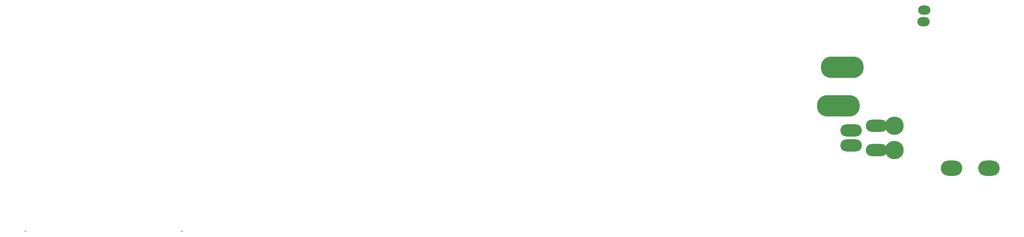
<source format=gbl>
G04 #@! TF.FileFunction,Copper,L2,Bot,Signal*
%FSLAX46Y46*%
G04 Gerber Fmt 4.6, Leading zero omitted, Abs format (unit mm)*
G04 Created by KiCad (PCBNEW 4.0.7) date 12/01/19 12:15:33*
%MOMM*%
%LPD*%
G01*
G04 APERTURE LIST*
%ADD10C,0.100000*%
%ADD11O,7.000000X5.000000*%
%ADD12O,4.000000X3.000000*%
%ADD13O,14.000000X7.000000*%
%ADD14O,7.000000X4.000000*%
%ADD15C,6.000000*%
%ADD16C,0.250000*%
G04 APERTURE END LIST*
D10*
D11*
X198628000Y-110896400D03*
X210820000Y-110896400D03*
D12*
X189738000Y-59207400D03*
X189484000Y-63017400D03*
D13*
X161747200Y-90525600D03*
X163017200Y-77876400D03*
D14*
X174193200Y-97078800D03*
X174193200Y-105003600D03*
X165862000Y-98602800D03*
X165862000Y-103479600D03*
D15*
X179984400Y-97078800D03*
X179984400Y-105003600D03*
D16*
X-52273200Y-131482400D02*
X-52539200Y-131482400D01*
X-103327200Y-131482400D02*
X-103593200Y-131482400D01*
M02*

</source>
